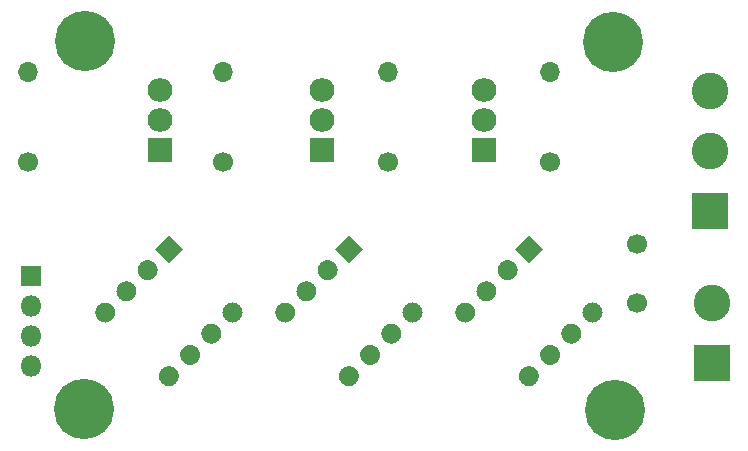
<source format=gbr>
%TF.GenerationSoftware,KiCad,Pcbnew,5.1.6-c6e7f7d~87~ubuntu18.04.1*%
%TF.CreationDate,2021-06-08T23:32:45+01:00*%
%TF.ProjectId,hp_led_driver,68705f6c-6564-45f6-9472-697665722e6b,rev?*%
%TF.SameCoordinates,Original*%
%TF.FileFunction,Soldermask,Bot*%
%TF.FilePolarity,Negative*%
%FSLAX46Y46*%
G04 Gerber Fmt 4.6, Leading zero omitted, Abs format (unit mm)*
G04 Created by KiCad (PCBNEW 5.1.6-c6e7f7d~87~ubuntu18.04.1) date 2021-06-08 23:32:45*
%MOMM*%
%LPD*%
G01*
G04 APERTURE LIST*
%ADD10C,0.100000*%
%ADD11C,1.700000*%
%ADD12O,1.700000X1.700000*%
%ADD13R,3.100000X3.100000*%
%ADD14C,3.100000*%
%ADD15R,1.800000X1.800000*%
%ADD16O,1.800000X1.800000*%
%ADD17R,2.100000X2.005000*%
%ADD18O,2.100000X2.005000*%
%ADD19C,5.100000*%
G04 APERTURE END LIST*
%TO.C,U2*%
G36*
G01*
X179793113Y-96989113D02*
X179793113Y-96989113D01*
G75*
G02*
X180995195Y-96989113I601041J-601041D01*
G01*
X180995195Y-96989113D01*
G75*
G02*
X180995195Y-98191195I-601041J-601041D01*
G01*
X180995195Y-98191195D01*
G75*
G02*
X179793113Y-98191195I-601041J601041D01*
G01*
X179793113Y-98191195D01*
G75*
G02*
X179793113Y-96989113I601041J601041D01*
G01*
G37*
G36*
G01*
X169016805Y-96989113D02*
X169016805Y-96989113D01*
G75*
G02*
X170218887Y-96989113I601041J-601041D01*
G01*
X170218887Y-96989113D01*
G75*
G02*
X170218887Y-98191195I-601041J-601041D01*
G01*
X170218887Y-98191195D01*
G75*
G02*
X169016805Y-98191195I-601041J601041D01*
G01*
X169016805Y-98191195D01*
G75*
G02*
X169016805Y-96989113I601041J601041D01*
G01*
G37*
G36*
G01*
X177997061Y-98785164D02*
X177997061Y-98785164D01*
G75*
G02*
X179199143Y-98785164I601041J-601041D01*
G01*
X179199143Y-98785164D01*
G75*
G02*
X179199143Y-99987246I-601041J-601041D01*
G01*
X179199143Y-99987246D01*
G75*
G02*
X177997061Y-99987246I-601041J601041D01*
G01*
X177997061Y-99987246D01*
G75*
G02*
X177997061Y-98785164I601041J601041D01*
G01*
G37*
G36*
G01*
X170812857Y-95193061D02*
X170812857Y-95193061D01*
G75*
G02*
X172014939Y-95193061I601041J-601041D01*
G01*
X172014939Y-95193061D01*
G75*
G02*
X172014939Y-96395143I-601041J-601041D01*
G01*
X172014939Y-96395143D01*
G75*
G02*
X170812857Y-96395143I-601041J601041D01*
G01*
X170812857Y-96395143D01*
G75*
G02*
X170812857Y-95193061I601041J601041D01*
G01*
G37*
G36*
G01*
X176201010Y-100581215D02*
X176201010Y-100581215D01*
G75*
G02*
X177403092Y-100581215I601041J-601041D01*
G01*
X177403092Y-100581215D01*
G75*
G02*
X177403092Y-101783297I-601041J-601041D01*
G01*
X177403092Y-101783297D01*
G75*
G02*
X176201010Y-101783297I-601041J601041D01*
G01*
X176201010Y-101783297D01*
G75*
G02*
X176201010Y-100581215I601041J601041D01*
G01*
G37*
G36*
G01*
X172608908Y-93397010D02*
X172608908Y-93397010D01*
G75*
G02*
X173810990Y-93397010I601041J-601041D01*
G01*
X173810990Y-93397010D01*
G75*
G02*
X173810990Y-94599092I-601041J-601041D01*
G01*
X173810990Y-94599092D01*
G75*
G02*
X172608908Y-94599092I-601041J601041D01*
G01*
X172608908Y-94599092D01*
G75*
G02*
X172608908Y-93397010I601041J601041D01*
G01*
G37*
G36*
G01*
X174404959Y-102377266D02*
X174404959Y-102377266D01*
G75*
G02*
X175607041Y-102377266I601041J-601041D01*
G01*
X175607041Y-102377266D01*
G75*
G02*
X175607041Y-103579348I-601041J-601041D01*
G01*
X175607041Y-103579348D01*
G75*
G02*
X174404959Y-103579348I-601041J601041D01*
G01*
X174404959Y-103579348D01*
G75*
G02*
X174404959Y-102377266I601041J601041D01*
G01*
G37*
D10*
G36*
X173803918Y-92202000D02*
G01*
X175006000Y-90999918D01*
X176208082Y-92202000D01*
X175006000Y-93404082D01*
X173803918Y-92202000D01*
G37*
%TD*%
D11*
%TO.C,C1*%
X199390000Y-96774000D03*
X199390000Y-91774000D03*
%TD*%
D12*
%TO.C,R3*%
X164338000Y-77216000D03*
D11*
X164338000Y-84836000D03*
%TD*%
D12*
%TO.C,R2*%
X178308000Y-77216000D03*
D11*
X178308000Y-84836000D03*
%TD*%
D12*
%TO.C,R1*%
X192024000Y-77216000D03*
D11*
X192024000Y-84836000D03*
%TD*%
D13*
%TO.C,J1*%
X205613000Y-88963500D03*
D14*
X205613000Y-83883500D03*
X205613000Y-78803500D03*
%TD*%
D15*
%TO.C,J2*%
X148082000Y-94488000D03*
D16*
X148082000Y-97028000D03*
X148082000Y-99568000D03*
X148082000Y-102108000D03*
%TD*%
D13*
%TO.C,J3*%
X205740000Y-101854000D03*
D14*
X205740000Y-96774000D03*
%TD*%
D17*
%TO.C,Q1*%
X186436000Y-83820000D03*
D18*
X186436000Y-81280000D03*
X186436000Y-78740000D03*
%TD*%
%TO.C,Q2*%
X172720000Y-78740000D03*
X172720000Y-81280000D03*
D17*
X172720000Y-83820000D03*
%TD*%
%TO.C,Q3*%
X159004000Y-83820000D03*
D18*
X159004000Y-81280000D03*
X159004000Y-78740000D03*
%TD*%
D10*
%TO.C,U1*%
G36*
X189043918Y-92202000D02*
G01*
X190246000Y-90999918D01*
X191448082Y-92202000D01*
X190246000Y-93404082D01*
X189043918Y-92202000D01*
G37*
G36*
G01*
X189644959Y-102377266D02*
X189644959Y-102377266D01*
G75*
G02*
X190847041Y-102377266I601041J-601041D01*
G01*
X190847041Y-102377266D01*
G75*
G02*
X190847041Y-103579348I-601041J-601041D01*
G01*
X190847041Y-103579348D01*
G75*
G02*
X189644959Y-103579348I-601041J601041D01*
G01*
X189644959Y-103579348D01*
G75*
G02*
X189644959Y-102377266I601041J601041D01*
G01*
G37*
G36*
G01*
X187848908Y-93397010D02*
X187848908Y-93397010D01*
G75*
G02*
X189050990Y-93397010I601041J-601041D01*
G01*
X189050990Y-93397010D01*
G75*
G02*
X189050990Y-94599092I-601041J-601041D01*
G01*
X189050990Y-94599092D01*
G75*
G02*
X187848908Y-94599092I-601041J601041D01*
G01*
X187848908Y-94599092D01*
G75*
G02*
X187848908Y-93397010I601041J601041D01*
G01*
G37*
G36*
G01*
X191441010Y-100581215D02*
X191441010Y-100581215D01*
G75*
G02*
X192643092Y-100581215I601041J-601041D01*
G01*
X192643092Y-100581215D01*
G75*
G02*
X192643092Y-101783297I-601041J-601041D01*
G01*
X192643092Y-101783297D01*
G75*
G02*
X191441010Y-101783297I-601041J601041D01*
G01*
X191441010Y-101783297D01*
G75*
G02*
X191441010Y-100581215I601041J601041D01*
G01*
G37*
G36*
G01*
X186052857Y-95193061D02*
X186052857Y-95193061D01*
G75*
G02*
X187254939Y-95193061I601041J-601041D01*
G01*
X187254939Y-95193061D01*
G75*
G02*
X187254939Y-96395143I-601041J-601041D01*
G01*
X187254939Y-96395143D01*
G75*
G02*
X186052857Y-96395143I-601041J601041D01*
G01*
X186052857Y-96395143D01*
G75*
G02*
X186052857Y-95193061I601041J601041D01*
G01*
G37*
G36*
G01*
X193237061Y-98785164D02*
X193237061Y-98785164D01*
G75*
G02*
X194439143Y-98785164I601041J-601041D01*
G01*
X194439143Y-98785164D01*
G75*
G02*
X194439143Y-99987246I-601041J-601041D01*
G01*
X194439143Y-99987246D01*
G75*
G02*
X193237061Y-99987246I-601041J601041D01*
G01*
X193237061Y-99987246D01*
G75*
G02*
X193237061Y-98785164I601041J601041D01*
G01*
G37*
G36*
G01*
X184256805Y-96989113D02*
X184256805Y-96989113D01*
G75*
G02*
X185458887Y-96989113I601041J-601041D01*
G01*
X185458887Y-96989113D01*
G75*
G02*
X185458887Y-98191195I-601041J-601041D01*
G01*
X185458887Y-98191195D01*
G75*
G02*
X184256805Y-98191195I-601041J601041D01*
G01*
X184256805Y-98191195D01*
G75*
G02*
X184256805Y-96989113I601041J601041D01*
G01*
G37*
G36*
G01*
X195033113Y-96989113D02*
X195033113Y-96989113D01*
G75*
G02*
X196235195Y-96989113I601041J-601041D01*
G01*
X196235195Y-96989113D01*
G75*
G02*
X196235195Y-98191195I-601041J-601041D01*
G01*
X196235195Y-98191195D01*
G75*
G02*
X195033113Y-98191195I-601041J601041D01*
G01*
X195033113Y-98191195D01*
G75*
G02*
X195033113Y-96989113I601041J601041D01*
G01*
G37*
%TD*%
%TO.C,U3*%
G36*
X158563918Y-92202000D02*
G01*
X159766000Y-90999918D01*
X160968082Y-92202000D01*
X159766000Y-93404082D01*
X158563918Y-92202000D01*
G37*
G36*
G01*
X159164959Y-102377266D02*
X159164959Y-102377266D01*
G75*
G02*
X160367041Y-102377266I601041J-601041D01*
G01*
X160367041Y-102377266D01*
G75*
G02*
X160367041Y-103579348I-601041J-601041D01*
G01*
X160367041Y-103579348D01*
G75*
G02*
X159164959Y-103579348I-601041J601041D01*
G01*
X159164959Y-103579348D01*
G75*
G02*
X159164959Y-102377266I601041J601041D01*
G01*
G37*
G36*
G01*
X157368908Y-93397010D02*
X157368908Y-93397010D01*
G75*
G02*
X158570990Y-93397010I601041J-601041D01*
G01*
X158570990Y-93397010D01*
G75*
G02*
X158570990Y-94599092I-601041J-601041D01*
G01*
X158570990Y-94599092D01*
G75*
G02*
X157368908Y-94599092I-601041J601041D01*
G01*
X157368908Y-94599092D01*
G75*
G02*
X157368908Y-93397010I601041J601041D01*
G01*
G37*
G36*
G01*
X160961010Y-100581215D02*
X160961010Y-100581215D01*
G75*
G02*
X162163092Y-100581215I601041J-601041D01*
G01*
X162163092Y-100581215D01*
G75*
G02*
X162163092Y-101783297I-601041J-601041D01*
G01*
X162163092Y-101783297D01*
G75*
G02*
X160961010Y-101783297I-601041J601041D01*
G01*
X160961010Y-101783297D01*
G75*
G02*
X160961010Y-100581215I601041J601041D01*
G01*
G37*
G36*
G01*
X155572857Y-95193061D02*
X155572857Y-95193061D01*
G75*
G02*
X156774939Y-95193061I601041J-601041D01*
G01*
X156774939Y-95193061D01*
G75*
G02*
X156774939Y-96395143I-601041J-601041D01*
G01*
X156774939Y-96395143D01*
G75*
G02*
X155572857Y-96395143I-601041J601041D01*
G01*
X155572857Y-96395143D01*
G75*
G02*
X155572857Y-95193061I601041J601041D01*
G01*
G37*
G36*
G01*
X162757061Y-98785164D02*
X162757061Y-98785164D01*
G75*
G02*
X163959143Y-98785164I601041J-601041D01*
G01*
X163959143Y-98785164D01*
G75*
G02*
X163959143Y-99987246I-601041J-601041D01*
G01*
X163959143Y-99987246D01*
G75*
G02*
X162757061Y-99987246I-601041J601041D01*
G01*
X162757061Y-99987246D01*
G75*
G02*
X162757061Y-98785164I601041J601041D01*
G01*
G37*
G36*
G01*
X153776805Y-96989113D02*
X153776805Y-96989113D01*
G75*
G02*
X154978887Y-96989113I601041J-601041D01*
G01*
X154978887Y-96989113D01*
G75*
G02*
X154978887Y-98191195I-601041J-601041D01*
G01*
X154978887Y-98191195D01*
G75*
G02*
X153776805Y-98191195I-601041J601041D01*
G01*
X153776805Y-98191195D01*
G75*
G02*
X153776805Y-96989113I601041J601041D01*
G01*
G37*
G36*
G01*
X164553113Y-96989113D02*
X164553113Y-96989113D01*
G75*
G02*
X165755195Y-96989113I601041J-601041D01*
G01*
X165755195Y-96989113D01*
G75*
G02*
X165755195Y-98191195I-601041J-601041D01*
G01*
X165755195Y-98191195D01*
G75*
G02*
X164553113Y-98191195I-601041J601041D01*
G01*
X164553113Y-98191195D01*
G75*
G02*
X164553113Y-96989113I601041J601041D01*
G01*
G37*
%TD*%
D11*
%TO.C,R4*%
X147828000Y-84836000D03*
D12*
X147828000Y-77216000D03*
%TD*%
D19*
%TO.C,H1*%
X152590500Y-105791000D03*
%TD*%
%TO.C,H2*%
X197358000Y-74676000D03*
%TD*%
%TO.C,H3*%
X152654000Y-74612500D03*
%TD*%
%TO.C,H4*%
X197548500Y-105854500D03*
%TD*%
M02*

</source>
